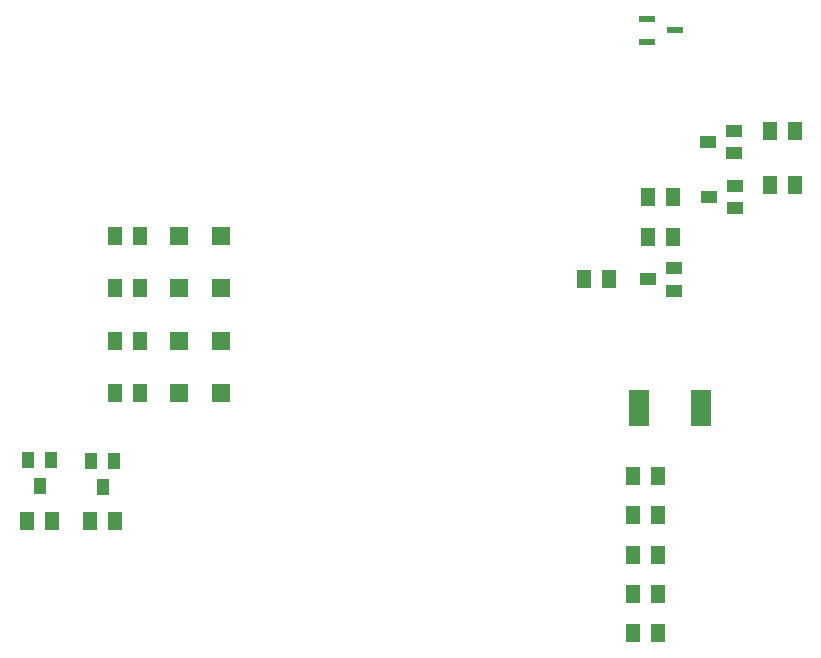
<source format=gbp>
G04 Layer_Color=128*
%FSLAX24Y24*%
%MOIN*%
G70*
G01*
G75*
%ADD11R,0.0701X0.1240*%
%ADD34R,0.0492X0.0591*%
%ADD35R,0.0571X0.0236*%
%ADD36R,0.0551X0.0394*%
%ADD37R,0.0591X0.0591*%
%ADD38R,0.0394X0.0551*%
D11*
X47370Y19000D02*
D03*
X49430D02*
D03*
D34*
X48013Y15438D02*
D03*
X47187D02*
D03*
Y11500D02*
D03*
X48013D02*
D03*
X47187Y14125D02*
D03*
X48013D02*
D03*
X52563Y28250D02*
D03*
X51737D02*
D03*
X47187Y12812D02*
D03*
X48013D02*
D03*
X47187Y16750D02*
D03*
X48013D02*
D03*
X52563Y26450D02*
D03*
X51737D02*
D03*
X48513Y26050D02*
D03*
X47687D02*
D03*
X46363Y23300D02*
D03*
X45537D02*
D03*
X48513Y24700D02*
D03*
X47687D02*
D03*
X30750Y19500D02*
D03*
X29923D02*
D03*
X30750Y21250D02*
D03*
X29923D02*
D03*
X29913Y15250D02*
D03*
X29087D02*
D03*
X27804D02*
D03*
X26977D02*
D03*
X30750Y23000D02*
D03*
X29923D02*
D03*
X30750Y24750D02*
D03*
X29923D02*
D03*
D35*
X47637Y31226D02*
D03*
Y31974D02*
D03*
X48563Y31600D02*
D03*
D36*
X50583Y26424D02*
D03*
Y25676D02*
D03*
X49717Y26050D02*
D03*
X50550Y28250D02*
D03*
Y27502D02*
D03*
X49684Y27876D02*
D03*
X48533Y23674D02*
D03*
Y22926D02*
D03*
X47667Y23300D02*
D03*
D37*
X32061Y19500D02*
D03*
X33439D02*
D03*
X32061Y21250D02*
D03*
X33439D02*
D03*
X32061Y23000D02*
D03*
X33439D02*
D03*
X32061Y24750D02*
D03*
X33439D02*
D03*
D38*
X29126Y17233D02*
D03*
X29874D02*
D03*
X29500Y16367D02*
D03*
X27026Y17283D02*
D03*
X27774D02*
D03*
X27400Y16417D02*
D03*
M02*

</source>
